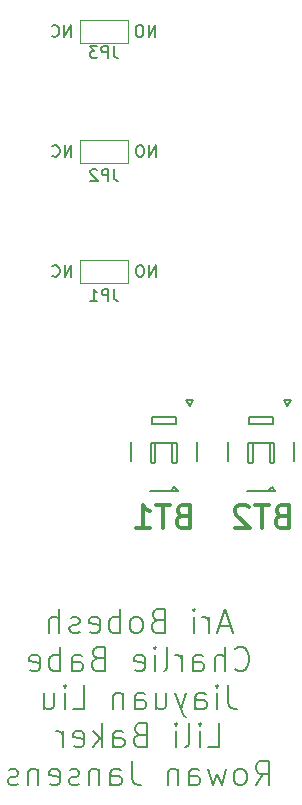
<source format=gbr>
%TF.GenerationSoftware,KiCad,Pcbnew,(6.0.7)*%
%TF.CreationDate,2023-03-08T23:55:28-05:00*%
%TF.ProjectId,CoreIO,436f7265-494f-42e6-9b69-6361645f7063,rev?*%
%TF.SameCoordinates,Original*%
%TF.FileFunction,Legend,Bot*%
%TF.FilePolarity,Positive*%
%FSLAX46Y46*%
G04 Gerber Fmt 4.6, Leading zero omitted, Abs format (unit mm)*
G04 Created by KiCad (PCBNEW (6.0.7)) date 2023-03-08 23:55:28*
%MOMM*%
%LPD*%
G01*
G04 APERTURE LIST*
%ADD10C,0.150000*%
%ADD11C,0.300000*%
%ADD12C,0.120000*%
G04 APERTURE END LIST*
D10*
X154221485Y-113832133D02*
X153269104Y-113832133D01*
X154411961Y-114403561D02*
X153745295Y-112403561D01*
X153078628Y-114403561D01*
X152411961Y-114403561D02*
X152411961Y-113070228D01*
X152411961Y-113451180D02*
X152316723Y-113260704D01*
X152221485Y-113165466D01*
X152031009Y-113070228D01*
X151840533Y-113070228D01*
X151173866Y-114403561D02*
X151173866Y-113070228D01*
X151173866Y-112403561D02*
X151269104Y-112498800D01*
X151173866Y-112594038D01*
X151078628Y-112498800D01*
X151173866Y-112403561D01*
X151173866Y-112594038D01*
X148031009Y-113355942D02*
X147745295Y-113451180D01*
X147650057Y-113546419D01*
X147554819Y-113736895D01*
X147554819Y-114022609D01*
X147650057Y-114213085D01*
X147745295Y-114308323D01*
X147935771Y-114403561D01*
X148697676Y-114403561D01*
X148697676Y-112403561D01*
X148031009Y-112403561D01*
X147840533Y-112498800D01*
X147745295Y-112594038D01*
X147650057Y-112784514D01*
X147650057Y-112974990D01*
X147745295Y-113165466D01*
X147840533Y-113260704D01*
X148031009Y-113355942D01*
X148697676Y-113355942D01*
X146411961Y-114403561D02*
X146602438Y-114308323D01*
X146697676Y-114213085D01*
X146792914Y-114022609D01*
X146792914Y-113451180D01*
X146697676Y-113260704D01*
X146602438Y-113165466D01*
X146411961Y-113070228D01*
X146126247Y-113070228D01*
X145935771Y-113165466D01*
X145840533Y-113260704D01*
X145745295Y-113451180D01*
X145745295Y-114022609D01*
X145840533Y-114213085D01*
X145935771Y-114308323D01*
X146126247Y-114403561D01*
X146411961Y-114403561D01*
X144888152Y-114403561D02*
X144888152Y-112403561D01*
X144888152Y-113165466D02*
X144697676Y-113070228D01*
X144316723Y-113070228D01*
X144126247Y-113165466D01*
X144031009Y-113260704D01*
X143935771Y-113451180D01*
X143935771Y-114022609D01*
X144031009Y-114213085D01*
X144126247Y-114308323D01*
X144316723Y-114403561D01*
X144697676Y-114403561D01*
X144888152Y-114308323D01*
X142316723Y-114308323D02*
X142507200Y-114403561D01*
X142888152Y-114403561D01*
X143078628Y-114308323D01*
X143173866Y-114117847D01*
X143173866Y-113355942D01*
X143078628Y-113165466D01*
X142888152Y-113070228D01*
X142507200Y-113070228D01*
X142316723Y-113165466D01*
X142221485Y-113355942D01*
X142221485Y-113546419D01*
X143173866Y-113736895D01*
X141459580Y-114308323D02*
X141269104Y-114403561D01*
X140888152Y-114403561D01*
X140697676Y-114308323D01*
X140602438Y-114117847D01*
X140602438Y-114022609D01*
X140697676Y-113832133D01*
X140888152Y-113736895D01*
X141173866Y-113736895D01*
X141364342Y-113641657D01*
X141459580Y-113451180D01*
X141459580Y-113355942D01*
X141364342Y-113165466D01*
X141173866Y-113070228D01*
X140888152Y-113070228D01*
X140697676Y-113165466D01*
X139745295Y-114403561D02*
X139745295Y-112403561D01*
X138888152Y-114403561D02*
X138888152Y-113355942D01*
X138983390Y-113165466D01*
X139173866Y-113070228D01*
X139459580Y-113070228D01*
X139650057Y-113165466D01*
X139745295Y-113260704D01*
X154602438Y-117433085D02*
X154697676Y-117528323D01*
X154983390Y-117623561D01*
X155173866Y-117623561D01*
X155459580Y-117528323D01*
X155650057Y-117337847D01*
X155745295Y-117147371D01*
X155840533Y-116766419D01*
X155840533Y-116480704D01*
X155745295Y-116099752D01*
X155650057Y-115909276D01*
X155459580Y-115718800D01*
X155173866Y-115623561D01*
X154983390Y-115623561D01*
X154697676Y-115718800D01*
X154602438Y-115814038D01*
X153745295Y-117623561D02*
X153745295Y-115623561D01*
X152888152Y-117623561D02*
X152888152Y-116575942D01*
X152983390Y-116385466D01*
X153173866Y-116290228D01*
X153459580Y-116290228D01*
X153650057Y-116385466D01*
X153745295Y-116480704D01*
X151078628Y-117623561D02*
X151078628Y-116575942D01*
X151173866Y-116385466D01*
X151364342Y-116290228D01*
X151745295Y-116290228D01*
X151935771Y-116385466D01*
X151078628Y-117528323D02*
X151269104Y-117623561D01*
X151745295Y-117623561D01*
X151935771Y-117528323D01*
X152031009Y-117337847D01*
X152031009Y-117147371D01*
X151935771Y-116956895D01*
X151745295Y-116861657D01*
X151269104Y-116861657D01*
X151078628Y-116766419D01*
X150126247Y-117623561D02*
X150126247Y-116290228D01*
X150126247Y-116671180D02*
X150031009Y-116480704D01*
X149935771Y-116385466D01*
X149745295Y-116290228D01*
X149554819Y-116290228D01*
X148602438Y-117623561D02*
X148792914Y-117528323D01*
X148888152Y-117337847D01*
X148888152Y-115623561D01*
X147840533Y-117623561D02*
X147840533Y-116290228D01*
X147840533Y-115623561D02*
X147935771Y-115718800D01*
X147840533Y-115814038D01*
X147745295Y-115718800D01*
X147840533Y-115623561D01*
X147840533Y-115814038D01*
X146126247Y-117528323D02*
X146316723Y-117623561D01*
X146697676Y-117623561D01*
X146888152Y-117528323D01*
X146983390Y-117337847D01*
X146983390Y-116575942D01*
X146888152Y-116385466D01*
X146697676Y-116290228D01*
X146316723Y-116290228D01*
X146126247Y-116385466D01*
X146031009Y-116575942D01*
X146031009Y-116766419D01*
X146983390Y-116956895D01*
X142983390Y-116575942D02*
X142697676Y-116671180D01*
X142602438Y-116766419D01*
X142507200Y-116956895D01*
X142507200Y-117242609D01*
X142602438Y-117433085D01*
X142697676Y-117528323D01*
X142888152Y-117623561D01*
X143650057Y-117623561D01*
X143650057Y-115623561D01*
X142983390Y-115623561D01*
X142792914Y-115718800D01*
X142697676Y-115814038D01*
X142602438Y-116004514D01*
X142602438Y-116194990D01*
X142697676Y-116385466D01*
X142792914Y-116480704D01*
X142983390Y-116575942D01*
X143650057Y-116575942D01*
X140792914Y-117623561D02*
X140792914Y-116575942D01*
X140888152Y-116385466D01*
X141078628Y-116290228D01*
X141459580Y-116290228D01*
X141650057Y-116385466D01*
X140792914Y-117528323D02*
X140983390Y-117623561D01*
X141459580Y-117623561D01*
X141650057Y-117528323D01*
X141745295Y-117337847D01*
X141745295Y-117147371D01*
X141650057Y-116956895D01*
X141459580Y-116861657D01*
X140983390Y-116861657D01*
X140792914Y-116766419D01*
X139840533Y-117623561D02*
X139840533Y-115623561D01*
X139840533Y-116385466D02*
X139650057Y-116290228D01*
X139269104Y-116290228D01*
X139078628Y-116385466D01*
X138983390Y-116480704D01*
X138888152Y-116671180D01*
X138888152Y-117242609D01*
X138983390Y-117433085D01*
X139078628Y-117528323D01*
X139269104Y-117623561D01*
X139650057Y-117623561D01*
X139840533Y-117528323D01*
X137269104Y-117528323D02*
X137459580Y-117623561D01*
X137840533Y-117623561D01*
X138031009Y-117528323D01*
X138126247Y-117337847D01*
X138126247Y-116575942D01*
X138031009Y-116385466D01*
X137840533Y-116290228D01*
X137459580Y-116290228D01*
X137269104Y-116385466D01*
X137173866Y-116575942D01*
X137173866Y-116766419D01*
X138126247Y-116956895D01*
X154031009Y-118843561D02*
X154031009Y-120272133D01*
X154126247Y-120557847D01*
X154316723Y-120748323D01*
X154602438Y-120843561D01*
X154792914Y-120843561D01*
X153078628Y-120843561D02*
X153078628Y-119510228D01*
X153078628Y-118843561D02*
X153173866Y-118938800D01*
X153078628Y-119034038D01*
X152983390Y-118938800D01*
X153078628Y-118843561D01*
X153078628Y-119034038D01*
X151269104Y-120843561D02*
X151269104Y-119795942D01*
X151364342Y-119605466D01*
X151554819Y-119510228D01*
X151935771Y-119510228D01*
X152126247Y-119605466D01*
X151269104Y-120748323D02*
X151459580Y-120843561D01*
X151935771Y-120843561D01*
X152126247Y-120748323D01*
X152221485Y-120557847D01*
X152221485Y-120367371D01*
X152126247Y-120176895D01*
X151935771Y-120081657D01*
X151459580Y-120081657D01*
X151269104Y-119986419D01*
X150507200Y-119510228D02*
X150031009Y-120843561D01*
X149554819Y-119510228D02*
X150031009Y-120843561D01*
X150221485Y-121319752D01*
X150316723Y-121414990D01*
X150507200Y-121510228D01*
X147935771Y-119510228D02*
X147935771Y-120843561D01*
X148792914Y-119510228D02*
X148792914Y-120557847D01*
X148697676Y-120748323D01*
X148507200Y-120843561D01*
X148221485Y-120843561D01*
X148031009Y-120748323D01*
X147935771Y-120653085D01*
X146126247Y-120843561D02*
X146126247Y-119795942D01*
X146221485Y-119605466D01*
X146411961Y-119510228D01*
X146792914Y-119510228D01*
X146983390Y-119605466D01*
X146126247Y-120748323D02*
X146316723Y-120843561D01*
X146792914Y-120843561D01*
X146983390Y-120748323D01*
X147078628Y-120557847D01*
X147078628Y-120367371D01*
X146983390Y-120176895D01*
X146792914Y-120081657D01*
X146316723Y-120081657D01*
X146126247Y-119986419D01*
X145173866Y-119510228D02*
X145173866Y-120843561D01*
X145173866Y-119700704D02*
X145078628Y-119605466D01*
X144888152Y-119510228D01*
X144602438Y-119510228D01*
X144411961Y-119605466D01*
X144316723Y-119795942D01*
X144316723Y-120843561D01*
X140888152Y-120843561D02*
X141840533Y-120843561D01*
X141840533Y-118843561D01*
X140221485Y-120843561D02*
X140221485Y-119510228D01*
X140221485Y-118843561D02*
X140316723Y-118938800D01*
X140221485Y-119034038D01*
X140126247Y-118938800D01*
X140221485Y-118843561D01*
X140221485Y-119034038D01*
X138411961Y-119510228D02*
X138411961Y-120843561D01*
X139269104Y-119510228D02*
X139269104Y-120557847D01*
X139173866Y-120748323D01*
X138983390Y-120843561D01*
X138697676Y-120843561D01*
X138507200Y-120748323D01*
X138411961Y-120653085D01*
X152316723Y-124063561D02*
X153269104Y-124063561D01*
X153269104Y-122063561D01*
X151650057Y-124063561D02*
X151650057Y-122730228D01*
X151650057Y-122063561D02*
X151745295Y-122158800D01*
X151650057Y-122254038D01*
X151554819Y-122158800D01*
X151650057Y-122063561D01*
X151650057Y-122254038D01*
X150411961Y-124063561D02*
X150602438Y-123968323D01*
X150697676Y-123777847D01*
X150697676Y-122063561D01*
X149650057Y-124063561D02*
X149650057Y-122730228D01*
X149650057Y-122063561D02*
X149745295Y-122158800D01*
X149650057Y-122254038D01*
X149554819Y-122158800D01*
X149650057Y-122063561D01*
X149650057Y-122254038D01*
X146507200Y-123015942D02*
X146221485Y-123111180D01*
X146126247Y-123206419D01*
X146031009Y-123396895D01*
X146031009Y-123682609D01*
X146126247Y-123873085D01*
X146221485Y-123968323D01*
X146411961Y-124063561D01*
X147173866Y-124063561D01*
X147173866Y-122063561D01*
X146507200Y-122063561D01*
X146316723Y-122158800D01*
X146221485Y-122254038D01*
X146126247Y-122444514D01*
X146126247Y-122634990D01*
X146221485Y-122825466D01*
X146316723Y-122920704D01*
X146507200Y-123015942D01*
X147173866Y-123015942D01*
X144316723Y-124063561D02*
X144316723Y-123015942D01*
X144411961Y-122825466D01*
X144602438Y-122730228D01*
X144983390Y-122730228D01*
X145173866Y-122825466D01*
X144316723Y-123968323D02*
X144507200Y-124063561D01*
X144983390Y-124063561D01*
X145173866Y-123968323D01*
X145269104Y-123777847D01*
X145269104Y-123587371D01*
X145173866Y-123396895D01*
X144983390Y-123301657D01*
X144507200Y-123301657D01*
X144316723Y-123206419D01*
X143364342Y-124063561D02*
X143364342Y-122063561D01*
X143173866Y-123301657D02*
X142602438Y-124063561D01*
X142602438Y-122730228D02*
X143364342Y-123492133D01*
X140983390Y-123968323D02*
X141173866Y-124063561D01*
X141554819Y-124063561D01*
X141745295Y-123968323D01*
X141840533Y-123777847D01*
X141840533Y-123015942D01*
X141745295Y-122825466D01*
X141554819Y-122730228D01*
X141173866Y-122730228D01*
X140983390Y-122825466D01*
X140888152Y-123015942D01*
X140888152Y-123206419D01*
X141840533Y-123396895D01*
X140031009Y-124063561D02*
X140031009Y-122730228D01*
X140031009Y-123111180D02*
X139935771Y-122920704D01*
X139840533Y-122825466D01*
X139650057Y-122730228D01*
X139459580Y-122730228D01*
X156364342Y-127283561D02*
X157031009Y-126331180D01*
X157507200Y-127283561D02*
X157507200Y-125283561D01*
X156745295Y-125283561D01*
X156554819Y-125378800D01*
X156459580Y-125474038D01*
X156364342Y-125664514D01*
X156364342Y-125950228D01*
X156459580Y-126140704D01*
X156554819Y-126235942D01*
X156745295Y-126331180D01*
X157507200Y-126331180D01*
X155221485Y-127283561D02*
X155411961Y-127188323D01*
X155507200Y-127093085D01*
X155602438Y-126902609D01*
X155602438Y-126331180D01*
X155507200Y-126140704D01*
X155411961Y-126045466D01*
X155221485Y-125950228D01*
X154935771Y-125950228D01*
X154745295Y-126045466D01*
X154650057Y-126140704D01*
X154554819Y-126331180D01*
X154554819Y-126902609D01*
X154650057Y-127093085D01*
X154745295Y-127188323D01*
X154935771Y-127283561D01*
X155221485Y-127283561D01*
X153888152Y-125950228D02*
X153507200Y-127283561D01*
X153126247Y-126331180D01*
X152745295Y-127283561D01*
X152364342Y-125950228D01*
X150745295Y-127283561D02*
X150745295Y-126235942D01*
X150840533Y-126045466D01*
X151031009Y-125950228D01*
X151411961Y-125950228D01*
X151602438Y-126045466D01*
X150745295Y-127188323D02*
X150935771Y-127283561D01*
X151411961Y-127283561D01*
X151602438Y-127188323D01*
X151697676Y-126997847D01*
X151697676Y-126807371D01*
X151602438Y-126616895D01*
X151411961Y-126521657D01*
X150935771Y-126521657D01*
X150745295Y-126426419D01*
X149792914Y-125950228D02*
X149792914Y-127283561D01*
X149792914Y-126140704D02*
X149697676Y-126045466D01*
X149507200Y-125950228D01*
X149221485Y-125950228D01*
X149031009Y-126045466D01*
X148935771Y-126235942D01*
X148935771Y-127283561D01*
X145888152Y-125283561D02*
X145888152Y-126712133D01*
X145983390Y-126997847D01*
X146173866Y-127188323D01*
X146459580Y-127283561D01*
X146650057Y-127283561D01*
X144078628Y-127283561D02*
X144078628Y-126235942D01*
X144173866Y-126045466D01*
X144364342Y-125950228D01*
X144745295Y-125950228D01*
X144935771Y-126045466D01*
X144078628Y-127188323D02*
X144269104Y-127283561D01*
X144745295Y-127283561D01*
X144935771Y-127188323D01*
X145031009Y-126997847D01*
X145031009Y-126807371D01*
X144935771Y-126616895D01*
X144745295Y-126521657D01*
X144269104Y-126521657D01*
X144078628Y-126426419D01*
X143126247Y-125950228D02*
X143126247Y-127283561D01*
X143126247Y-126140704D02*
X143031009Y-126045466D01*
X142840533Y-125950228D01*
X142554819Y-125950228D01*
X142364342Y-126045466D01*
X142269104Y-126235942D01*
X142269104Y-127283561D01*
X141411961Y-127188323D02*
X141221485Y-127283561D01*
X140840533Y-127283561D01*
X140650057Y-127188323D01*
X140554819Y-126997847D01*
X140554819Y-126902609D01*
X140650057Y-126712133D01*
X140840533Y-126616895D01*
X141126247Y-126616895D01*
X141316723Y-126521657D01*
X141411961Y-126331180D01*
X141411961Y-126235942D01*
X141316723Y-126045466D01*
X141126247Y-125950228D01*
X140840533Y-125950228D01*
X140650057Y-126045466D01*
X138935771Y-127188323D02*
X139126247Y-127283561D01*
X139507200Y-127283561D01*
X139697676Y-127188323D01*
X139792914Y-126997847D01*
X139792914Y-126235942D01*
X139697676Y-126045466D01*
X139507200Y-125950228D01*
X139126247Y-125950228D01*
X138935771Y-126045466D01*
X138840533Y-126235942D01*
X138840533Y-126426419D01*
X139792914Y-126616895D01*
X137983390Y-125950228D02*
X137983390Y-127283561D01*
X137983390Y-126140704D02*
X137888152Y-126045466D01*
X137697676Y-125950228D01*
X137411961Y-125950228D01*
X137221485Y-126045466D01*
X137126247Y-126235942D01*
X137126247Y-127283561D01*
X136269104Y-127188323D02*
X136078628Y-127283561D01*
X135697676Y-127283561D01*
X135507200Y-127188323D01*
X135411961Y-126997847D01*
X135411961Y-126902609D01*
X135507200Y-126712133D01*
X135697676Y-126616895D01*
X135983390Y-126616895D01*
X136173866Y-126521657D01*
X136269104Y-126331180D01*
X136269104Y-126235942D01*
X136173866Y-126045466D01*
X135983390Y-125950228D01*
X135697676Y-125950228D01*
X135507200Y-126045466D01*
D11*
%TO.C,BT1*%
X150161428Y-104505142D02*
X149875714Y-104600380D01*
X149780476Y-104695619D01*
X149685238Y-104886095D01*
X149685238Y-105171809D01*
X149780476Y-105362285D01*
X149875714Y-105457523D01*
X150066190Y-105552761D01*
X150828095Y-105552761D01*
X150828095Y-103552761D01*
X150161428Y-103552761D01*
X149970952Y-103648000D01*
X149875714Y-103743238D01*
X149780476Y-103933714D01*
X149780476Y-104124190D01*
X149875714Y-104314666D01*
X149970952Y-104409904D01*
X150161428Y-104505142D01*
X150828095Y-104505142D01*
X149113809Y-103552761D02*
X147970952Y-103552761D01*
X148542380Y-105552761D02*
X148542380Y-103552761D01*
X146256666Y-105552761D02*
X147399523Y-105552761D01*
X146828095Y-105552761D02*
X146828095Y-103552761D01*
X147018571Y-103838476D01*
X147209047Y-104028952D01*
X147399523Y-104124190D01*
%TO.C,BT2*%
X158543428Y-104505142D02*
X158257714Y-104600380D01*
X158162476Y-104695619D01*
X158067238Y-104886095D01*
X158067238Y-105171809D01*
X158162476Y-105362285D01*
X158257714Y-105457523D01*
X158448190Y-105552761D01*
X159210095Y-105552761D01*
X159210095Y-103552761D01*
X158543428Y-103552761D01*
X158352952Y-103648000D01*
X158257714Y-103743238D01*
X158162476Y-103933714D01*
X158162476Y-104124190D01*
X158257714Y-104314666D01*
X158352952Y-104409904D01*
X158543428Y-104505142D01*
X159210095Y-104505142D01*
X157495809Y-103552761D02*
X156352952Y-103552761D01*
X156924380Y-105552761D02*
X156924380Y-103552761D01*
X155781523Y-103743238D02*
X155686285Y-103648000D01*
X155495809Y-103552761D01*
X155019619Y-103552761D01*
X154829142Y-103648000D01*
X154733904Y-103743238D01*
X154638666Y-103933714D01*
X154638666Y-104124190D01*
X154733904Y-104409904D01*
X155876761Y-105552761D01*
X154638666Y-105552761D01*
D10*
%TO.C,JP3*%
X144343333Y-64730380D02*
X144343333Y-65444666D01*
X144390952Y-65587523D01*
X144486190Y-65682761D01*
X144629047Y-65730380D01*
X144724285Y-65730380D01*
X143867142Y-65730380D02*
X143867142Y-64730380D01*
X143486190Y-64730380D01*
X143390952Y-64778000D01*
X143343333Y-64825619D01*
X143295714Y-64920857D01*
X143295714Y-65063714D01*
X143343333Y-65158952D01*
X143390952Y-65206571D01*
X143486190Y-65254190D01*
X143867142Y-65254190D01*
X142962380Y-64730380D02*
X142343333Y-64730380D01*
X142676666Y-65111333D01*
X142533809Y-65111333D01*
X142438571Y-65158952D01*
X142390952Y-65206571D01*
X142343333Y-65301809D01*
X142343333Y-65539904D01*
X142390952Y-65635142D01*
X142438571Y-65682761D01*
X142533809Y-65730380D01*
X142819523Y-65730380D01*
X142914761Y-65682761D01*
X142962380Y-65635142D01*
X147875523Y-63952380D02*
X147875523Y-62952380D01*
X147304095Y-63952380D01*
X147304095Y-62952380D01*
X146637428Y-62952380D02*
X146446952Y-62952380D01*
X146351714Y-63000000D01*
X146256476Y-63095238D01*
X146208857Y-63285714D01*
X146208857Y-63619047D01*
X146256476Y-63809523D01*
X146351714Y-63904761D01*
X146446952Y-63952380D01*
X146637428Y-63952380D01*
X146732666Y-63904761D01*
X146827904Y-63809523D01*
X146875523Y-63619047D01*
X146875523Y-63285714D01*
X146827904Y-63095238D01*
X146732666Y-63000000D01*
X146637428Y-62952380D01*
X140739714Y-63952380D02*
X140739714Y-62952380D01*
X140168285Y-63952380D01*
X140168285Y-62952380D01*
X139120666Y-63857142D02*
X139168285Y-63904761D01*
X139311142Y-63952380D01*
X139406380Y-63952380D01*
X139549238Y-63904761D01*
X139644476Y-63809523D01*
X139692095Y-63714285D01*
X139739714Y-63523809D01*
X139739714Y-63380952D01*
X139692095Y-63190476D01*
X139644476Y-63095238D01*
X139549238Y-63000000D01*
X139406380Y-62952380D01*
X139311142Y-62952380D01*
X139168285Y-63000000D01*
X139120666Y-63047619D01*
%TO.C,JP2*%
X144373333Y-75144380D02*
X144373333Y-75858666D01*
X144420952Y-76001523D01*
X144516190Y-76096761D01*
X144659047Y-76144380D01*
X144754285Y-76144380D01*
X143897142Y-76144380D02*
X143897142Y-75144380D01*
X143516190Y-75144380D01*
X143420952Y-75192000D01*
X143373333Y-75239619D01*
X143325714Y-75334857D01*
X143325714Y-75477714D01*
X143373333Y-75572952D01*
X143420952Y-75620571D01*
X143516190Y-75668190D01*
X143897142Y-75668190D01*
X142944761Y-75239619D02*
X142897142Y-75192000D01*
X142801904Y-75144380D01*
X142563809Y-75144380D01*
X142468571Y-75192000D01*
X142420952Y-75239619D01*
X142373333Y-75334857D01*
X142373333Y-75430095D01*
X142420952Y-75572952D01*
X142992380Y-76144380D01*
X142373333Y-76144380D01*
X147905523Y-74112380D02*
X147905523Y-73112380D01*
X147334095Y-74112380D01*
X147334095Y-73112380D01*
X146667428Y-73112380D02*
X146476952Y-73112380D01*
X146381714Y-73160000D01*
X146286476Y-73255238D01*
X146238857Y-73445714D01*
X146238857Y-73779047D01*
X146286476Y-73969523D01*
X146381714Y-74064761D01*
X146476952Y-74112380D01*
X146667428Y-74112380D01*
X146762666Y-74064761D01*
X146857904Y-73969523D01*
X146905523Y-73779047D01*
X146905523Y-73445714D01*
X146857904Y-73255238D01*
X146762666Y-73160000D01*
X146667428Y-73112380D01*
X140769714Y-74112380D02*
X140769714Y-73112380D01*
X140198285Y-74112380D01*
X140198285Y-73112380D01*
X139150666Y-74017142D02*
X139198285Y-74064761D01*
X139341142Y-74112380D01*
X139436380Y-74112380D01*
X139579238Y-74064761D01*
X139674476Y-73969523D01*
X139722095Y-73874285D01*
X139769714Y-73683809D01*
X139769714Y-73540952D01*
X139722095Y-73350476D01*
X139674476Y-73255238D01*
X139579238Y-73160000D01*
X139436380Y-73112380D01*
X139341142Y-73112380D01*
X139198285Y-73160000D01*
X139150666Y-73207619D01*
%TO.C,JP1*%
X144373333Y-85304380D02*
X144373333Y-86018666D01*
X144420952Y-86161523D01*
X144516190Y-86256761D01*
X144659047Y-86304380D01*
X144754285Y-86304380D01*
X143897142Y-86304380D02*
X143897142Y-85304380D01*
X143516190Y-85304380D01*
X143420952Y-85352000D01*
X143373333Y-85399619D01*
X143325714Y-85494857D01*
X143325714Y-85637714D01*
X143373333Y-85732952D01*
X143420952Y-85780571D01*
X143516190Y-85828190D01*
X143897142Y-85828190D01*
X142373333Y-86304380D02*
X142944761Y-86304380D01*
X142659047Y-86304380D02*
X142659047Y-85304380D01*
X142754285Y-85447238D01*
X142849523Y-85542476D01*
X142944761Y-85590095D01*
X140769714Y-84272380D02*
X140769714Y-83272380D01*
X140198285Y-84272380D01*
X140198285Y-83272380D01*
X139150666Y-84177142D02*
X139198285Y-84224761D01*
X139341142Y-84272380D01*
X139436380Y-84272380D01*
X139579238Y-84224761D01*
X139674476Y-84129523D01*
X139722095Y-84034285D01*
X139769714Y-83843809D01*
X139769714Y-83700952D01*
X139722095Y-83510476D01*
X139674476Y-83415238D01*
X139579238Y-83320000D01*
X139436380Y-83272380D01*
X139341142Y-83272380D01*
X139198285Y-83320000D01*
X139150666Y-83367619D01*
X147905523Y-84272380D02*
X147905523Y-83272380D01*
X147334095Y-84272380D01*
X147334095Y-83272380D01*
X146667428Y-83272380D02*
X146476952Y-83272380D01*
X146381714Y-83320000D01*
X146286476Y-83415238D01*
X146238857Y-83605714D01*
X146238857Y-83939047D01*
X146286476Y-84129523D01*
X146381714Y-84224761D01*
X146476952Y-84272380D01*
X146667428Y-84272380D01*
X146762666Y-84224761D01*
X146857904Y-84129523D01*
X146905523Y-83939047D01*
X146905523Y-83605714D01*
X146857904Y-83415238D01*
X146762666Y-83320000D01*
X146667428Y-83272380D01*
%TO.C,BT1*%
X149590000Y-96160000D02*
X147590000Y-96160000D01*
X149290000Y-98360000D02*
X149690000Y-98360000D01*
X151390000Y-98260000D02*
X151390000Y-99860000D01*
X150490000Y-94660000D02*
X151090000Y-94660000D01*
X147890000Y-99960000D02*
X147890000Y-98360000D01*
X149590000Y-100060000D02*
X149390000Y-100060000D01*
X147790000Y-100060000D02*
X147890000Y-99960000D01*
X149290000Y-98360000D02*
X147890000Y-98360000D01*
X149690000Y-99960000D02*
X149590000Y-100060000D01*
X150790000Y-95160000D02*
X150490000Y-94660000D01*
X149590000Y-96760000D02*
X147590000Y-96760000D01*
X149590000Y-96160000D02*
X149590000Y-96760000D01*
X149390000Y-100060000D02*
X149290000Y-99960000D01*
X151090000Y-94660000D02*
X150790000Y-95160000D01*
X145790000Y-98260000D02*
X145790000Y-99860000D01*
X149790000Y-102360000D02*
X149490000Y-102060000D01*
X147590000Y-100060000D02*
X147790000Y-100060000D01*
X147490000Y-99960000D02*
X147590000Y-100060000D01*
X149290000Y-99960000D02*
X149290000Y-98360000D01*
X149690000Y-98360000D02*
X149690000Y-99960000D01*
X147890000Y-98360000D02*
X147490000Y-98360000D01*
X147490000Y-98360000D02*
X147490000Y-99960000D01*
X149490000Y-102060000D02*
X149190000Y-102360000D01*
X147590000Y-96760000D02*
X147590000Y-96160000D01*
X147390000Y-102360000D02*
X149790000Y-102360000D01*
%TO.C,BT2*%
X159645000Y-98260000D02*
X159645000Y-99860000D01*
X158045000Y-102360000D02*
X157745000Y-102060000D01*
X157945000Y-99960000D02*
X157845000Y-100060000D01*
X157545000Y-99960000D02*
X157545000Y-98360000D01*
X159045000Y-95160000D02*
X158745000Y-94660000D01*
X157845000Y-96160000D02*
X157845000Y-96760000D01*
X157545000Y-98360000D02*
X157945000Y-98360000D01*
X156145000Y-99960000D02*
X156145000Y-98360000D01*
X154045000Y-98260000D02*
X154045000Y-99860000D01*
X156045000Y-100060000D02*
X156145000Y-99960000D01*
X157545000Y-98360000D02*
X156145000Y-98360000D01*
X157945000Y-98360000D02*
X157945000Y-99960000D01*
X157845000Y-96760000D02*
X155845000Y-96760000D01*
X157645000Y-100060000D02*
X157545000Y-99960000D01*
X155645000Y-102360000D02*
X158045000Y-102360000D01*
X155845000Y-96760000D02*
X155845000Y-96160000D01*
X157845000Y-96160000D02*
X155845000Y-96160000D01*
X155745000Y-99960000D02*
X155845000Y-100060000D01*
X155745000Y-98360000D02*
X155745000Y-99960000D01*
X157745000Y-102060000D02*
X157445000Y-102360000D01*
X157845000Y-100060000D02*
X157645000Y-100060000D01*
X158745000Y-94660000D02*
X159345000Y-94660000D01*
X155845000Y-100060000D02*
X156045000Y-100060000D01*
X156145000Y-98360000D02*
X155745000Y-98360000D01*
X159345000Y-94660000D02*
X159045000Y-95160000D01*
D12*
%TO.C,JP3*%
X145560000Y-64500000D02*
X145560000Y-62500000D01*
X141460000Y-64500000D02*
X145560000Y-64500000D01*
X145560000Y-62500000D02*
X141460000Y-62500000D01*
X141460000Y-62500000D02*
X141460000Y-64500000D01*
%TO.C,JP2*%
X141490000Y-74660000D02*
X145590000Y-74660000D01*
X141490000Y-72660000D02*
X141490000Y-74660000D01*
X145590000Y-74660000D02*
X145590000Y-72660000D01*
X145590000Y-72660000D02*
X141490000Y-72660000D01*
%TO.C,JP1*%
X145590000Y-84820000D02*
X145590000Y-82820000D01*
X141490000Y-82820000D02*
X141490000Y-84820000D01*
X145590000Y-82820000D02*
X141490000Y-82820000D01*
X141490000Y-84820000D02*
X145590000Y-84820000D01*
%TD*%
M02*

</source>
